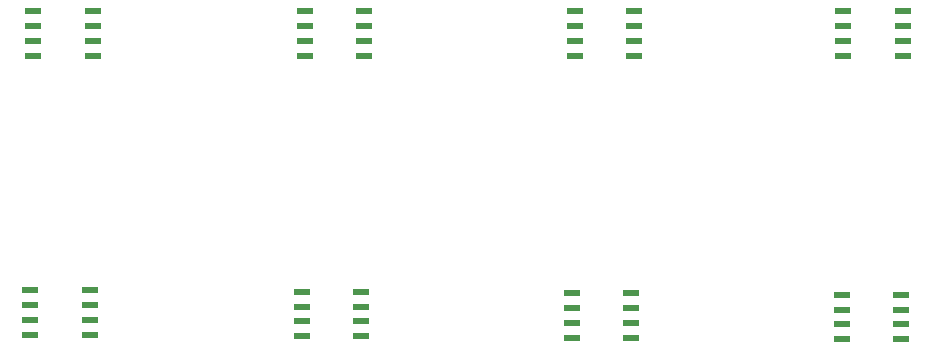
<source format=gbr>
G04 #@! TF.GenerationSoftware,KiCad,Pcbnew,(5.1.4)-1*
G04 #@! TF.CreationDate,2019-12-01T11:28:44-05:00*
G04 #@! TF.ProjectId,bob_ws2811_driver,626f625f-7773-4323-9831-315f64726976,rev?*
G04 #@! TF.SameCoordinates,Original*
G04 #@! TF.FileFunction,Paste,Top*
G04 #@! TF.FilePolarity,Positive*
%FSLAX46Y46*%
G04 Gerber Fmt 4.6, Leading zero omitted, Abs format (unit mm)*
G04 Created by KiCad (PCBNEW (5.1.4)-1) date 2019-12-01 11:28:44*
%MOMM*%
%LPD*%
G04 APERTURE LIST*
%ADD10R,1.400000X0.600000*%
G04 APERTURE END LIST*
D10*
X109133000Y-63911000D03*
X109133000Y-65161000D03*
X109133000Y-66411000D03*
X109133000Y-67661000D03*
X114133000Y-67661000D03*
X114133000Y-66411000D03*
X114133000Y-65161000D03*
X114133000Y-63911000D03*
X137120000Y-64038000D03*
X137120000Y-65288000D03*
X137120000Y-66538000D03*
X137120000Y-67788000D03*
X132120000Y-67788000D03*
X132120000Y-66538000D03*
X132120000Y-65288000D03*
X132120000Y-64038000D03*
X154980000Y-64165000D03*
X154980000Y-65415000D03*
X154980000Y-66665000D03*
X154980000Y-67915000D03*
X159980000Y-67915000D03*
X159980000Y-66665000D03*
X159980000Y-65415000D03*
X159980000Y-64165000D03*
X182840000Y-64292000D03*
X182840000Y-65542000D03*
X182840000Y-66792000D03*
X182840000Y-68042000D03*
X177840000Y-68042000D03*
X177840000Y-66792000D03*
X177840000Y-65542000D03*
X177840000Y-64292000D03*
X177967000Y-40289000D03*
X177967000Y-41539000D03*
X177967000Y-42789000D03*
X177967000Y-44039000D03*
X182967000Y-44039000D03*
X182967000Y-42789000D03*
X182967000Y-41539000D03*
X182967000Y-40289000D03*
X160234000Y-40289000D03*
X160234000Y-41539000D03*
X160234000Y-42789000D03*
X160234000Y-44039000D03*
X155234000Y-44039000D03*
X155234000Y-42789000D03*
X155234000Y-41539000D03*
X155234000Y-40289000D03*
X132374000Y-40289000D03*
X132374000Y-41539000D03*
X132374000Y-42789000D03*
X132374000Y-44039000D03*
X137374000Y-44039000D03*
X137374000Y-42789000D03*
X137374000Y-41539000D03*
X137374000Y-40289000D03*
X114387000Y-40289000D03*
X114387000Y-41539000D03*
X114387000Y-42789000D03*
X114387000Y-44039000D03*
X109387000Y-44039000D03*
X109387000Y-42789000D03*
X109387000Y-41539000D03*
X109387000Y-40289000D03*
M02*

</source>
